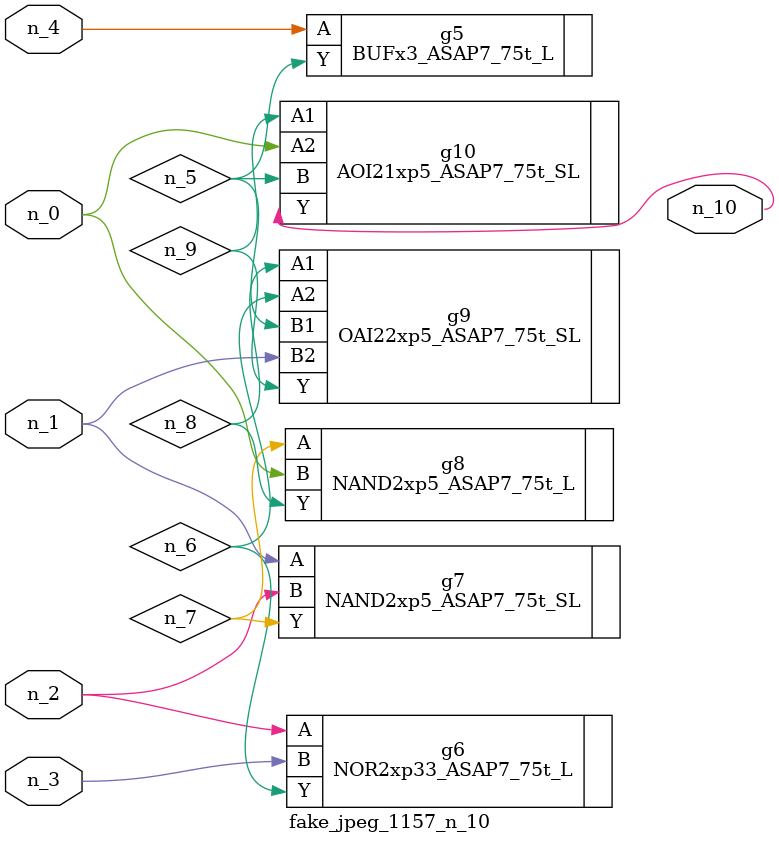
<source format=v>
module fake_jpeg_1157_n_10 (n_3, n_2, n_1, n_0, n_4, n_10);

input n_3;
input n_2;
input n_1;
input n_0;
input n_4;

output n_10;

wire n_8;
wire n_9;
wire n_6;
wire n_5;
wire n_7;

BUFx3_ASAP7_75t_L g5 ( 
.A(n_4),
.Y(n_5)
);

NOR2xp33_ASAP7_75t_L g6 ( 
.A(n_2),
.B(n_3),
.Y(n_6)
);

NAND2xp5_ASAP7_75t_SL g7 ( 
.A(n_1),
.B(n_2),
.Y(n_7)
);

NAND2xp5_ASAP7_75t_L g8 ( 
.A(n_7),
.B(n_0),
.Y(n_8)
);

OAI22xp5_ASAP7_75t_SL g9 ( 
.A1(n_8),
.A2(n_6),
.B1(n_5),
.B2(n_1),
.Y(n_9)
);

AOI21xp5_ASAP7_75t_SL g10 ( 
.A1(n_9),
.A2(n_0),
.B(n_5),
.Y(n_10)
);


endmodule
</source>
